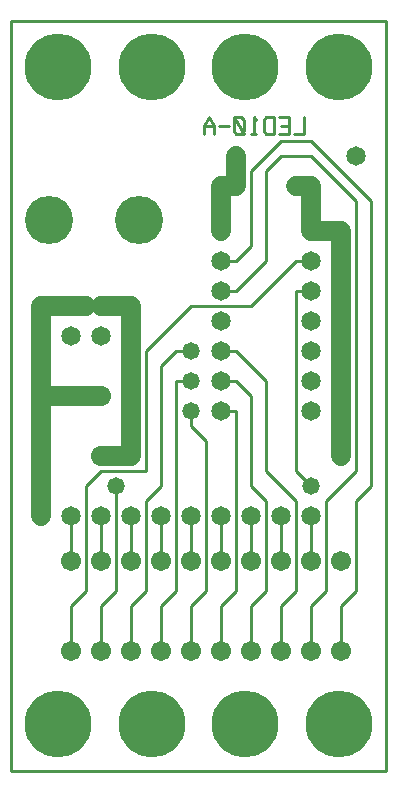
<source format=gbl>
%MOIN*%
%FSLAX25Y25*%
G04 D10 used for Character Trace; *
G04     Circle (OD=.01000) (No hole)*
G04 D11 used for Power Trace; *
G04     Circle (OD=.06700) (No hole)*
G04 D12 used for Signal Trace; *
G04     Circle (OD=.01100) (No hole)*
G04 D13 used for Via; *
G04     Circle (OD=.05800) (Round. Hole ID=.02800)*
G04 D14 used for Component hole; *
G04     Circle (OD=.06500) (Round. Hole ID=.03500)*
G04 D15 used for Component hole; *
G04     Circle (OD=.06700) (Round. Hole ID=.04300)*
G04 D16 used for Component hole; *
G04     Circle (OD=.08100) (Round. Hole ID=.05100)*
G04 D17 used for Component hole; *
G04     Circle (OD=.08900) (Round. Hole ID=.05900)*
G04 D18 used for Component hole; *
G04     Circle (OD=.11300) (Round. Hole ID=.08300)*
G04 D19 used for Component hole; *
G04     Circle (OD=.16000) (Round. Hole ID=.13000)*
G04 D20 used for Component hole; *
G04     Circle (OD=.18300) (Round. Hole ID=.15300)*
G04 D21 used for Component hole; *
G04     Circle (OD=.22291) (Round. Hole ID=.19291)*
%ADD10C,.01000*%
%ADD11C,.06700*%
%ADD12C,.01100*%
%ADD13C,.05800*%
%ADD14C,.06500*%
%ADD15C,.06700*%
%ADD16C,.08100*%
%ADD17C,.08900*%
%ADD18C,.11300*%
%ADD19C,.16000*%
%ADD20C,.18300*%
%ADD21C,.22291*%
%IPPOS*%
%LPD*%
G90*X0Y0D02*D21*X15625Y15625D03*D15*              
X40000Y40000D03*D12*Y55000D01*X45000Y60000D01*    
Y90000D01*X50000Y95000D01*Y135000D01*             
X55000Y140000D01*X60000D01*D13*D03*D14*           
X70000Y130000D03*D12*X75000D01*X80000Y125000D01*  
Y95000D01*X85000Y90000D01*Y60000D01*              
X80000Y55000D01*Y40000D01*D15*D03*X90000D03*D12*  
Y55000D01*X95000Y60000D01*Y90000D01*              
X85000Y100000D01*Y130000D01*X75000Y140000D01*     
X70000D01*D14*D03*D13*X60000Y130000D03*D12*       
X55000D01*Y60000D01*X50000Y55000D01*Y40000D01*D15*
D03*X60000D03*D12*Y55000D01*X65000Y60000D01*      
Y110000D01*X60000Y115000D01*Y120000D01*D13*D03*   
D14*X70000D03*D12*X75000D01*Y60000D01*            
X70000Y55000D01*Y40000D01*D15*D03*D21*            
X46875Y15625D03*X78125D03*D15*X100000Y70000D03*   
D12*Y85000D01*D14*D03*D12*X105000Y60000D02*       
Y90000D01*X100000Y55000D02*X105000Y60000D01*      
X100000Y40000D02*Y55000D01*D15*Y40000D03*         
X110000D03*D12*Y55000D01*X115000Y60000D01*        
Y90000D01*X120000Y95000D01*Y190000D01*            
X100000Y210000D01*X90000D01*X80000Y200000D01*     
Y175000D01*X75000Y170000D01*X70000D01*D14*D03*    
Y180000D03*D11*Y195000D01*X75000D01*D14*D03*D11*  
Y205000D01*D14*D03*D10*X97511Y217871D02*          
Y212129D01*X94163D01*X89163D02*X92511D01*         
Y217871D01*X89163D01*X92511Y215000D02*X90000D01*  
X87511Y212129D02*Y217871D01*X85000D01*            
X84163Y216914D01*Y213086D01*X85000Y212129D01*     
X87511D01*X81674Y216914D02*X80837Y217871D01*      
Y212129D01*X81674D02*X80000D01*X74163Y213086D02*  
X75000Y212129D01*X76674D01*X77511Y213086D01*      
Y216914D01*X76674Y217871D01*X75000D01*            
X74163Y216914D01*Y213086D01*X77511Y212129D02*     
X74163Y217871D01*X72511Y215000D02*X69163D01*      
X67511Y212129D02*Y215000D01*X65837Y217871D01*     
X64163Y215000D01*Y212129D01*X67511Y215000D02*     
X64163D01*D12*X85000Y170000D02*Y200000D01*        
X75000Y160000D02*X85000Y170000D01*                
X70000Y160000D02*X75000D01*D14*X70000D03*D12*     
X60000Y155000D02*X80000D01*X45000Y140000D02*      
X60000Y155000D01*X45000Y100000D02*Y140000D01*     
X30000Y100000D02*X45000D01*X25000Y95000D02*       
X30000Y100000D01*X25000Y60000D02*Y95000D01*       
X20000Y55000D02*X25000Y60000D01*X20000Y40000D02*  
Y55000D01*D15*Y40000D03*X30000D03*D12*Y55000D01*  
X35000Y60000D01*Y95000D01*D13*D03*D11*            
X30000Y105000D02*X40000D01*D15*X30000D03*D11*     
X40000D02*Y155000D01*X35000D01*D14*D03*D11*       
X30000D01*D14*X25000D03*D11*X10000D01*Y125000D01* 
Y85000D01*D14*D03*X20000D03*D12*Y70000D01*D15*D03*
X30000D03*D12*Y85000D01*D14*D03*X40000D03*D12*    
Y70000D01*D15*D03*X50000D03*D12*Y85000D01*D14*D03*
X60000D03*D12*Y70000D01*D15*D03*X70000D03*D12*    
Y85000D01*D14*D03*X80000D03*D12*Y70000D01*D15*D03*
X90000D03*D12*Y85000D01*D14*D03*D13*              
X100000Y95000D03*D12*X95000Y100000D01*Y160000D01* 
X100000D01*D14*D03*Y170000D03*D12*X95000D01*      
X80000Y155000D01*D14*X70000Y150000D03*            
X100000Y140000D03*Y150000D03*Y180000D03*D11*      
X110000D01*Y105000D01*D14*D03*D12*                
X105000Y90000D02*X115000Y100000D01*Y190000D01*    
X100000Y205000D01*X90000D01*X85000Y200000D01*D14* 
X95000Y195000D03*D11*X100000D01*Y180000D01*D14*   
X115000Y205000D03*X100000Y130000D03*D21*          
X46875Y234375D03*X109375D03*X78125D03*D19*        
X42500Y183500D03*D14*X100000Y120000D03*D12*       
X125000Y0D02*Y250000D01*X0Y0D02*X125000D01*X0D02* 
Y250000D01*X125000D01*D14*X20000Y145000D03*       
X30000D03*D21*X15625Y234375D03*D19*               
X12500Y183500D03*D11*X10000Y125000D02*X30000D01*  
D15*D03*X110000Y70000D03*D21*X109375Y15625D03*M02*

</source>
